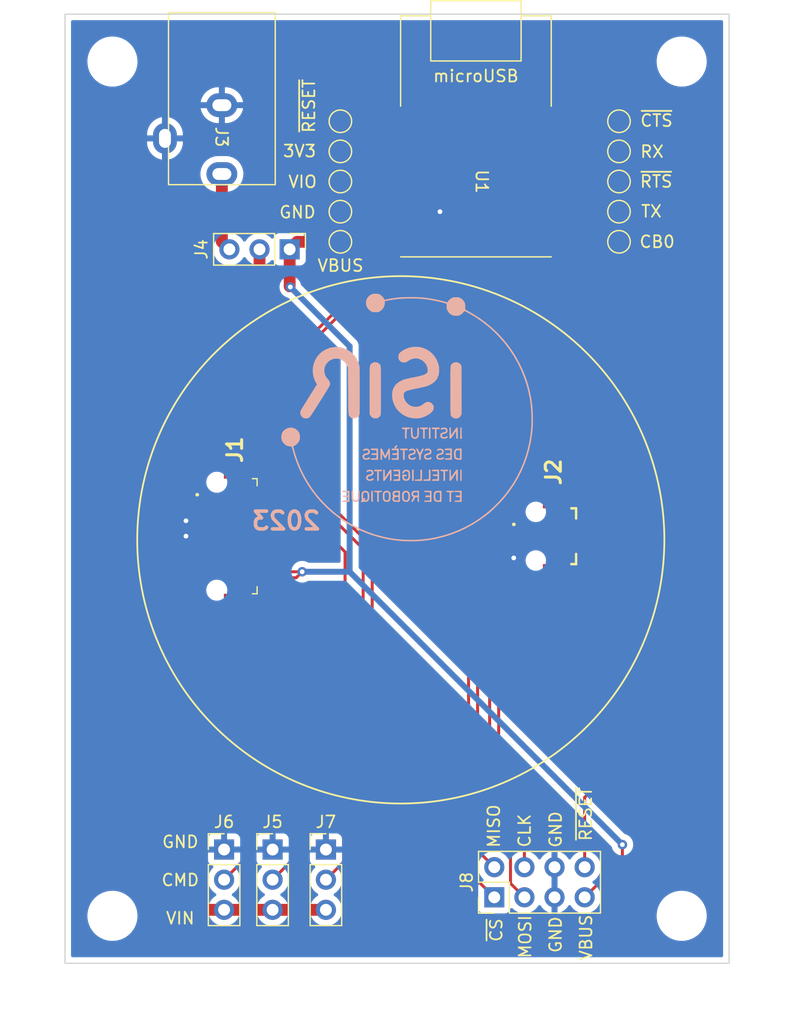
<source format=kicad_pcb>
(kicad_pcb (version 20211014) (generator pcbnew)
  (layers (0 "F.Cu" signal) (31 "B.Cu" signal) (34 "B.Paste" user) (35 "F.Paste" user) (36 "B.SilkS" user "B.Silkscreen") (37 "F.SilkS" user "F.Silkscreen") (38 "B.Mask" user) (39 "F.Mask" user) (44 "Edge.Cuts" user))
  (net 0 "")
  (net 1 "Vdrive")
  (net 2 "GND")
  (net 3 "RGB_LED_OUT")
  (net 4 "GPIO8")
  (net 5 "CDONE")
  (net 6 "LED_CHARGE")
  (net 7 "iCE_RX")
  (net 8 "iCE_TX")
  (net 13 "+5V")
  (net 16 "IMU_INT")
  (net 18 "RGB_LED_IN")
  (net 19 "GPIO7")
  (net 20 "GPIO6")
  (net 21 "GPIO5")
  (net 22 "GPIO4")
  (net 23 "GPIO3")
  (net 24 "GPIO2")
  (net 25 "GPIO1")
  (net 26 "GPIO0")
  (net 29 "~{FLASH_CS}")
  (net 30 "SPI_MISO")
  (net 31 "SPI_MOSI")
  (net 32 "SPI_CLK")
  (net 33 "~{RESET}")
  (net 34 "/CH4")
  (net 35 "/CH5")
  (net 36 "/CH6")
  (net 37 "/CH7")
  (net 40 "Net-(J3-Pad1)")
  (net 41 "Net-(TP6-Pad1)")
  (net 42 "Net-(3V3-Pad1)")
  (net 43 "Net-(CB0-Pad1)")
  (net 44 "Net-(~{RESET}1-Pad1)")
  (net 45 "Net-(~{RTS}1-Pad1)")
  (net 46 "Net-(~{CTS}1-Pad1)")
  (footprint "TestPoint:TestPoint_Pad_D1.5mm" (layer "F.Cu") (at 125.715 39.6494)
    (fp_text reference "TX" (at 2.7328 -0.0254) (layer "F.SilkS"))
    (fp_text value "TestPoint")
    (pad "1" smd circle (at 0 0) (size 1.5 1.5) (layers "F.Cu" "F.Mask") (net 7 "iCE_RX"))
  )
  (footprint "MountingHole:MountingHole_3.2mm_M3" (layer "F.Cu") (at 83 99)
    (fp_text reference "REF**" hide)
    (fp_text value "MountingHole_3.2mm_M3")
    (pad "" np_thru_hole circle (at 0 0) (size 3.2 3.2) (drill 3.2) (layers F&B.Cu *.Mask))
  )
  (footprint "TestPoint:TestPoint_Pad_D1.5mm" (layer "F.Cu") (at 125.715 32.0294)
    (fp_text reference "~{CTS}" (at 3.1646 -0.0508) (layer "F.SilkS"))
    (fp_text value "TestPoint")
    (pad "1" smd circle (at 0 0) (size 1.5 1.5) (layers "F.Cu" "F.Mask") (net 46 "Net-(~{CTS}1-Pad1)"))
  )
  (footprint "MountingHole:MountingHole_3.2mm_M3" (layer "F.Cu") (at 131 99)
    (fp_text reference "REF**" hide)
    (fp_text value "MountingHole_3.2mm_M3")
    (pad "" np_thru_hole circle (at 0 0) (size 3.2 3.2) (drill 3.2) (layers *.Cu *.Mask))
  )
  (footprint "Connector_PinHeader_2.54mm:PinHeader_2x04_P2.54mm_Vertical" (layer "F.Cu") (at 115.2 97.4394 90)
    (fp_text reference "J8" (at 1.27 -2.33 90) (layer "F.SilkS"))
    (fp_text value "Conn_02x04_Counter_Clockwise")
    (pad "1" thru_hole rect (at 0 0 90) (size 1.7 1.7) (drill 1) (layers *.Cu *.Mask) (net 29 "~{FLASH_CS}"))
    (pad "2" thru_hole oval (at 2.54 0 90) (size 1.7 1.7) (drill 1) (layers *.Cu *.Mask) (net 30 "SPI_MISO"))
    (pad "3" thru_hole oval (at 0 2.54 90) (size 1.7 1.7) (drill 1) (layers *.Cu *.Mask) (net 31 "SPI_MOSI"))
    (pad "4" thru_hole oval (at 2.54 2.54 90) (size 1.7 1.7) (drill 1) (layers *.Cu *.Mask) (net 32 "SPI_CLK"))
    (pad "5" thru_hole oval (at 0 5.08 90) (size 1.7 1.7) (drill 1) (layers *.Cu *.Mask) (net 2 "GND"))
    (pad "6" thru_hole oval (at 2.54 5.08 90) (size 1.7 1.7) (drill 1) (layers *.Cu *.Mask) (net 2 "GND"))
    (pad "7" thru_hole oval (at 0 7.62 90) (size 1.7 1.7) (drill 1) (layers *.Cu *.Mask) (net 13 "+5V"))
    (pad "8" thru_hole oval (at 2.54 7.62 90) (size 1.7 1.7) (drill 1) (layers *.Cu *.Mask) (net 33 "~{RESET}"))
  )
  (footprint "Footprints:10132797035100LF" (layer "F.Cu") (at 93.2984 67.0044 -90)
    (fp_text reference "J1" (at -7.289 -0.0212 90) (layer "F.SilkS") (effects (font (size 1.27 1.27) (thickness 0.254))))
    (fp_text value "10132797-035100LF" hide)
    (pad "" np_thru_hole circle locked (at -4.55 1.5 270) (size 0.75 0.75) (drill 0.75) (layers *.Cu *.Mask))
    (pad "" np_thru_hole circle locked (at 4.55 1.5 270) (size 0.75 0.75) (drill 0.75) (layers *.Cu *.Mask))
    (pad "1" smd rect locked (at -3.5 1.8 270) (size 0.3 1.6) (layers "F.Cu" "F.Paste" "F.Mask") (net 3 "RGB_LED_OUT"))
    (pad "2" smd rect locked (at -3 1.8 270) (size 0.3 1.6) (layers "F.Cu" "F.Paste" "F.Mask") (net 4 "GPIO8"))
    (pad "3" smd rect locked (at -2.5 1.8 270) (size 0.3 1.6) (layers "F.Cu" "F.Paste" "F.Mask") (net 2 "GND"))
    (pad "4" smd rect locked (at -2 1.8 270) (size 0.3 1.6) (layers "F.Cu" "F.Paste" "F.Mask") (net 5 "CDONE"))
    (pad "5" smd rect locked (at -1.5 1.8 270) (size 0.3 1.6) (layers "F.Cu" "F.Paste" "F.Mask") (net 2 "GND"))
    (pad "6" smd rect locked (at -1 1.8 270) (size 0.3 1.6) (layers "F.Cu" "F.Paste" "F.Mask") (net 2 "GND"))
    (pad "7" smd rect locked (at -0.5 1.8 270) (size 0.3 1.6) (layers "F.Cu" "F.Paste" "F.Mask") (net 2 "GND"))
    (pad "8" smd rect locked (at 0 1.8 270) (size 0.3 1.6) (layers "F.Cu" "F.Paste" "F.Mask") (net 6 "LED_CHARGE"))
    (pad "9" smd rect locked (at 0.5 1.8 270) (size 0.3 1.6) (layers "F.Cu" "F.Paste" "F.Mask") (net 2 "GND"))
    (pad "10" smd rect locked (at 1 1.8 270) (size 0.3 1.6) (layers "F.Cu" "F.Paste" "F.Mask") (net 7 "iCE_RX"))
    (pad "11" smd rect locked (at 1.5 1.8 270) (size 0.3 1.6) (layers "F.Cu" "F.Paste" "F.Mask") (net 8 "iCE_TX"))
    (pad "12" smd rect locked (at 2 1.8 270) (size 0.3 1.6) (layers "F.Cu" "F.Paste" "F.Mask"))
    (pad "13" smd rect locked (at 2.5 1.8 270) (size 0.3 1.6) (layers "F.Cu" "F.Paste" "F.Mask"))
    (pad "14" smd rect locked (at 3 1.8 270) (size 0.3 1.6) (layers "F.Cu" "F.Paste" "F.Mask"))
    (pad "15" smd rect locked (at 3.5 1.8 270) (size 0.3 1.6) (layers "F.Cu" "F.Paste" "F.Mask"))
    (pad "16" smd rect locked (at 3.5 -1.8 270) (size 0.3 1.6) (layers "F.Cu" "F.Paste" "F.Mask") (net 13 "+5V"))
    (pad "17" smd rect locked (at 3 -1.8 270) (size 0.3 1.6) (layers "F.Cu" "F.Paste" "F.Mask") (net 13 "+5V"))
    (pad "18" smd rect locked (at 2.5 -1.8 270) (size 0.3 1.6) (layers "F.Cu" "F.Paste" "F.Mask"))
    (pad "19" smd rect locked (at 2 -1.8 270) (size 0.3 1.6) (layers "F.Cu" "F.Paste" "F.Mask"))
    (pad "20" smd rect locked (at 1.5 -1.8 270) (size 0.3 1.6) (layers "F.Cu" "F.Paste" "F.Mask") (net 16 "IMU_INT"))
    (pad "21" smd rect locked (at 1 -1.8 270) (size 0.3 1.6) (layers "F.Cu" "F.Paste" "F.Mask"))
    (pad "22" smd rect locked (at 0.5 -1.8 270) (size 0.3 1.6) (layers "F.Cu" "F.Paste" "F.Mask") (net 18 "RGB_LED_IN"))
    (pad "23" smd rect locked (at 0 -1.8 270) (size 0.3 1.6) (layers "F.Cu" "F.Paste" "F.Mask") (net 19 "GPIO7"))
    (pad "24" smd rect locked (at -0.5 -1.8 270) (size 0.3 1.6) (layers "F.Cu" "F.Paste" "F.Mask") (net 20 "GPIO6"))
    (pad "25" smd rect locked (at -1 -1.8 270) (size 0.3 1.6) (layers "F.Cu" "F.Paste" "F.Mask") (net 21 "GPIO5"))
    (pad "26" smd rect locked (at -1.5 -1.8 270) (size 0.3 1.6) (layers "F.Cu" "F.Paste" "F.Mask") (net 22 "GPIO4"))
    (pad "27" smd rect locked (at -2 -1.8 270) (size 0.3 1.6) (layers "F.Cu" "F.Paste" "F.Mask") (net 23 "GPIO3"))
    (pad "28" smd rect locked (at -2.5 -1.8 270) (size 0.3 1.6) (layers "F.Cu" "F.Paste" "F.Mask") (net 24 "GPIO2"))
    (pad "29" smd rect locked (at -3 -1.8 270) (size 0.3 1.6) (layers "F.Cu" "F.Paste" "F.Mask") (net 25 "GPIO1"))
    (pad "30" smd rect locked (at -3.5 -1.8 270) (size 0.3 1.6) (layers "F.Cu" "F.Paste" "F.Mask") (net 26 "GPIO0"))
    (pad "MP1" smd rect locked (at -5.25 0 270) (size 0.8 1.8) (layers "F.Cu" "F.Paste" "F.Mask"))
    (pad "MP2" smd rect locked (at 5.25 0 270) (size 0.8 1.8) (layers "F.Cu" "F.Paste" "F.Mask"))
  )
  (footprint "Connector_PinHeader_2.54mm:PinHeader_1x03_P2.54mm_Vertical" (layer "F.Cu") (at 92.4148 93.4138)
    (fp_text reference "J6" (at 0 -2.33) (layer "F.SilkS"))
    (fp_text value "Conn_01x03_Male")
    (pad "1" thru_hole rect (at 0 0) (size 1.7 1.7) (drill 1) (layers *.Cu *.Mask) (net 2 "GND"))
    (pad "2" thru_hole oval (at 0 2.54) (size 1.7 1.7) (drill 1) (layers *.Cu *.Mask) (net 20 "GPIO6"))
    (pad "3" thru_hole oval (at 0 5.08) (size 1.7 1.7) (drill 1) (layers *.Cu *.Mask) (net 1 "Vdrive"))
  )
  (footprint "Footprints:umft234xf" (layer "F.Cu") (at 113.65 37.1094 -90)
    (fp_text reference "U1" (at 0 -0.5 -90 unlocked) (layer "F.SilkS"))
    (fp_text value "umft234xf_module")
    (fp_text user "microUSB" (at -8.89 0 unlocked) (layer "F.SilkS"))
    (pad "1" smd circle (at -5.08 6.35 270) (size 2 2) (layers "F.Cu" "F.Mask") (net 44 "Net-(~{RESET}1-Pad1)"))
    (pad "2" smd circle (at -2.54 6.35 270) (size 2 2) (layers "F.Cu" "F.Mask") (net 42 "Net-(3V3-Pad1)"))
    (pad "3" smd circle (at 0 6.35 270) (size 2 2) (layers "F.Cu" "F.Mask") (net 41 "Net-(TP6-Pad1)"))
    (pad "4" smd circle (at 2.54 6.35 270) (size 2 2) (layers "F.Cu" "F.Mask") (net 2 "GND"))
    (pad "5" smd circle (at 5.08 6.35 270) (size 2 2) (layers "F.Cu" "F.Mask") (net 13 "+5V"))
    (pad "6" smd circle (at 5.08 -6.35 270) (size 2 2) (layers "F.Cu" "F.Mask") (net 43 "Net-(CB0-Pad1)"))
    (pad "7" smd circle (at 2.54 -6.35 270) (size 2 2) (layers "F.Cu" "F.Mask") (net 7 "iCE_RX"))
    (pad "8" smd circle (at 0 -6.35 270) (size 2 2) (layers "F.Cu" "F.Mask") (net 45 "Net-(~{RTS}1-Pad1)"))
    (pad "9" smd circle (at -2.54 -6.35 270) (size 2 2) (layers "F.Cu" "F.Mask") (net 8 "iCE_TX"))
    (pad "10" smd circle (at -5.08 -6.35 270) (size 2 2) (layers "F.Cu" "F.Mask") (net 46 "Net-(~{CTS}1-Pad1)"))
  )
  (footprint "TestPoint:TestPoint_Pad_D1.5mm" (layer "F.Cu") (at 102.22 32.0294)
    (fp_text reference "~{RESET}" (at -2.652 -1.2954 90) (layer "F.SilkS"))
    (fp_text value "TestPoint")
    (pad "1" smd circle (at 0 0) (size 1.5 1.5) (layers "F.Cu" "F.Mask") (net 44 "Net-(~{RESET}1-Pad1)"))
  )
  (footprint "TestPoint:TestPoint_Pad_D1.5mm" (layer "F.Cu") (at 102.22 39.6494)
    (fp_text reference "GND" (at -3.6172 0.0508) (layer "F.SilkS"))
    (fp_text value "TestPoint")
    (pad "1" smd circle (at 0 0) (size 1.5 1.5) (layers "F.Cu" "F.Mask") (net 2 "GND"))
  )
  (footprint "MountingHole:MountingHole_3.2mm_M3" (layer "F.Cu") (at 131 27)
    (fp_text reference "REF**" hide)
    (fp_text value "MountingHole_3.2mm_M3")
    (pad "" np_thru_hole circle (at 0 0) (size 3.2 3.2) (drill 3.2) (layers *.Cu *.Mask))
  )
  (footprint "TestPoint:TestPoint_Pad_D1.5mm" (layer "F.Cu") (at 125.715 42.1894)
    (fp_text reference "CB0" (at 3.2154 0) (layer "F.SilkS"))
    (fp_text value "TestPoint")
    (pad "1" smd circle (at 0 0) (size 1.5 1.5) (layers "F.Cu" "F.Mask") (net 43 "Net-(CB0-Pad1)"))
  )
  (footprint "TestPoint:TestPoint_Pad_D1.5mm" (layer "F.Cu") (at 102.22 42.1894)
    (fp_text reference "VBUS" (at 0.015 2.0066) (layer "F.SilkS"))
    (fp_text value "TestPoint")
    (pad "1" smd circle (at 0 0) (size 1.5 1.5) (layers "F.Cu" "F.Mask") (net 13 "+5V"))
  )
  (footprint "TestPoint:TestPoint_Pad_D1.5mm" (layer "F.Cu") (at 102.22 37.1094)
    (fp_text reference "VIO" (at -3.1854 0.0254) (layer "F.SilkS"))
    (fp_text value "TestPoint")
    (pad "1" smd circle (at 0 0) (size 1.5 1.5) (layers "F.Cu" "F.Mask") (net 41 "Net-(TP6-Pad1)"))
  )
  (footprint "Footprints:10132797015100LF" (layer "F.Cu") (at 120.1984 67.0044 90)
    (fp_text reference "J2" (at 5.4094 -0.0056 90) (layer "F.SilkS") (effects (font (size 1.27 1.27) (thickness 0.254))))
    (fp_text value "10132797-015100LF" hide)
    (pad "" np_thru_hole circle locked (at -2.05 -1.5 90) (size 0.001 0.001) (drill 0.7) (layers *.Cu *.Mask))
    (pad "" np_thru_hole circle locked (at 2.05 -1.5 90) (size 0.001 0.001) (drill 0.7) (layers *.Cu *.Mask))
    (pad "1" smd rect locked (at 1 -1.8 90) (size 0.3 1.6) (layers "F.Cu" "F.Paste" "F.Mask") (net 29 "~{FLASH_CS}"))
    (pad "2" smd rect locked (at 0.5 -1.8 90) (size 0.3 1.6) (layers "F.Cu" "F.Paste" "F.Mask") (net 30 "SPI_MISO"))
    (pad "3" smd rect locked (at 0 -1.8 90) (size 0.3 1.6) (layers "F.Cu" "F.Paste" "F.Mask") (net 31 "SPI_MOSI"))
    (pad "4" smd rect locked (at -0.5 -1.8 90) (size 0.3 1.6) (layers "F.Cu" "F.Paste" "F.Mask") (net 32 "SPI_CLK"))
    (pad "5" smd rect locked (at -1 -1.8 90) (size 0.3 1.6) (layers "F.Cu" "F.Paste" "F.Mask") (net 2 "GND"))
    (pad "6" smd rect locked (at -1 1.8 90) (size 0.3 1.6) (layers "F.Cu" "F.Paste" "F.Mask") (net 33 "~{RESET}"))
    (pad "7" smd rect locked (at -0.5 1.8 90) (size 0.3 1.6) (layers "F.Cu" "F.Paste" "F.Mask") (net 34 "/CH4"))
    (pad "8" smd rect locked (at 0 1.8 90) (size 0.3 1.6) (layers "F.Cu" "F.Paste" "F.Mask") (net 35 "/CH5"))
    (pad "9" smd rect locked (at 0.5 1.8 90) (size 0.3 1.6) (layers "F.Cu" "F.Paste" "F.Mask") (net 36 "/CH6"))
    (pad "10" smd rect locked (at 1 1.8 90) (size 0.3 1.6) (layers "F.Cu" "F.Paste" "F.Mask") (net 37 "/CH7"))
    (pad "MP1" smd rect locked (at 2.75 0 90) (size 0.8 1.8) (layers "F.Cu" "F.Paste" "F.Mask"))
    (pad "MP2" smd rect locked (at -2.75 0 90) (size 0.8 1.8) (layers "F.Cu" "F.Paste" "F.Mask"))
  )
  (footprint "TestPoint:TestPoint_Pad_D1.5mm" (layer "F.Cu") (at 125.715 37.1094)
    (fp_text reference "~{RTS}" (at 3.1392 0) (layer "F.SilkS"))
    (fp_text value "TestPoint")
    (pad "1" smd circle (at 0 0) (size 1.5 1.5) (layers "F.Cu" "F.Mask") (net 45 "Net-(~{RTS}1-Pad1)"))
  )
  (footprint "TestPoint:TestPoint_Pad_D1.5mm" (layer "F.Cu") (at 102.22 34.5694)
    (fp_text reference "3V3" (at -3.4394 -0.0254) (layer "F.SilkS"))
    (fp_text value "TestPoint")
    (pad "1" smd circle (at 0 0) (size 1.5 1.5) (layers "F.Cu" "F.Mask") (net 42 "Net-(3V3-Pad1)"))
  )
  (footprint "MountingHole:MountingHole_3.2mm_M3" (layer "F.Cu") (at 83 27)
    (fp_text reference "REF**" hide)
    (fp_text value "MountingHole_3.2mm_M3")
    (pad "" np_thru_hole circle (at 0 0) (size 3.2 3.2) (drill 3.2) (layers *.Cu *.Mask))
  )
  (footprint "Footprints:Barrel Jack_SparkFun_PRT-10811" (layer "F.Cu") (at 92.2274 36.4744 -90)
    (fp_text reference "J3" (at -3.1242 0.0254 -90 unlocked) (layer "F.SilkS"))
    (fp_text value "Barrel_Jack_Switch")
    (pad "1" thru_hole oval (at 0 0 270) (size 2 2.6) (drill oval 1 1.6) (layers *.Cu *.Mask) (net 40 "Net-(J3-Pad1)"))
    (pad "2" thru_hole oval (at -5.8 0 270) (size 2 2.6) (drill oval 1 1.6) (layers *.Cu *.Mask) (net 2 "GND"))
    (pad "3" thru_hole oval (at -3 4.8 270) (size 2.6 2) (drill oval 1.6 1) (layers *.Cu *.Mask) (net 2 "GND"))
  )
  (footprint "Connector_PinHeader_2.54mm:PinHeader_1x03_P2.54mm_Vertical" (layer "F.Cu") (at 101 93.4138)
    (fp_text reference "J7" (at 0 -2.33) (layer "F.SilkS"))
    (fp_text value "Conn_01x03_Male")
    (pad "1" thru_hole rect (at 0 0) (size 1.7 1.7) (drill 1) (layers *.Cu *.Mask) (net 2 "GND"))
    (pad "2" thru_hole oval (at 0 2.54) (size 1.7 1.7) (drill 1) (layers *.Cu *.Mask) (net 25 "GPIO1"))
    (pad "3" thru_hole oval (at 0 5.08) (size 1.7 1.7) (drill 1) (layers *.Cu *.Mask) (net 1 "Vdrive"))
  )
  (footprint "Connector_PinHeader_2.54mm:PinHeader_1x03_P2.54mm_Vertical" (layer "F.Cu") (at 97.9424 42.8244 -90)
    (fp_text reference "J4" (at 0 7.4422 90) (layer "F.SilkS"))
    (fp_text value "Conn_01x03_Male")
    (pad "1" thru_hole rect (at 0 0 270) (size 1.7 1.7) (drill 1) (layers *.Cu *.Mask) (net 13 "+5V"))
    (pad "2" thru_hole oval (at 0 2.54 270) (size 1.7 1.7) (drill 1) (layers *.Cu *.Mask) (net 1 "Vdrive"))
    (pad "3" thru_hole oval (at 0 5.08 270) (size 1.7 1.7) (drill 1) (layers *.Cu *.Mask) (net 40 "Net-(J3-Pad1)"))
  )
  (footprint "TestPoint:TestPoint_Pad_D1.5mm" (layer "F.Cu") (at 125.715 34.5694)
    (fp_text reference "RX" (at 2.7836 0.0254) (layer "F.SilkS"))
    (fp_text value "TestPoint")
    (pad "1" smd circle (at 0 0) (size 1.5 1.5) (layers "F.Cu" "F.Mask") (net 8 "iCE_TX"))
  )
  (footprint "Connector_PinHeader_2.54mm:PinHeader_1x03_P2.54mm_Vertical" (layer "F.Cu") (at 96.5042 93.4138)
    (fp_text reference "J5" (at 0 -2.33) (layer "F.SilkS"))
    (fp_text value "Conn_01x03_Male")
    (pad "1" thru_hole rect (at 0 0) (size 1.7 1.7) (drill 1) (layers *.Cu *.Mask) (net 2 "GND"))
    (pad "2" thru_hole oval (at 0 2.54) (size 1.7 1.7) (drill 1) (layers *.Cu *.Mask) (net 24 "GPIO2"))
    (pad "3" thru_hole oval (at 0 5.08) (size 1.7 1.7) (drill 1) (layers *.Cu *.Mask) (net 1 "Vdrive"))
  )
  (footprint "Footprints:logo_isir" (layer "B.Cu") (at 107.8484 56.9976 180)
    (fp_text reference "G***" hide)
    (fp_text value "LOGO" hide)
  )
  (gr_circle (center 107.315 67.31) (end 107.315 45.085) (layer "F.SilkS") (width 0.15) (fill none))
  (gr_line (start 79 103) (end 79 23) (layer "Edge.Cuts") (width 0.1))
  (gr_line (start 135 103) (end 79 103) (layer "Edge.Cuts") (width 0.1))
  (gr_line (start 135 23) (end 135 103) (layer "Edge.Cuts") (width 0.1))
  (gr_line (start 79 23) (end 135 23) (layer "Edge.Cuts") (width 0.1))
  (gr_text "2023" (at 97.6376 65.7098) (layer "B.SilkS") (effects (font (size 1.5 1.5) (thickness 0.3)) (justify mirror)))
  (gr_text "GND\n\nCMD\n\nVIN" (at 88.7222 95.9866) (layer "F.SilkS") (effects (font (size 1 1))))
  (gr_text "~{CS}" (at 115.3668 100.203 90) (layer "F.SilkS") (effects (font (size 1 1))))
  (gr_text "~{RESET}" (at 122.9106 90.424 90) (layer "F.SilkS") (effects (font (size 1 1))))
  (gr_text "MOSI" (at 117.8052 100.7618 90) (layer "F.SilkS") (effects (font (size 1 1))))
  (gr_text "GND" (at 120.3706 100.584 90) (layer "F.SilkS") (effects (font (size 1 1))))
  (gr_text "MISO" (at 115.1636 91.44 90) (layer "F.SilkS") (effects (font (size 1 1))))
  (gr_text "CLK" (at 117.7544 91.821 90) (layer "F.SilkS") (effects (font (size 1 1))))
  (gr_text "GND" (at 120.3706 91.7194 90) (layer "F.SilkS") (effects (font (size 1 1))))
  (gr_text "VBUS" (at 122.936 100.838 90) (layer "F.SilkS") (effects (font (size 1 1))))
  (segment (start 92.4148 98.4938) (end 96.5042 98.4938) (width 1) (layer "F.Cu") (net 1))
  (segment (start 95.4024 45.5676) (end 84.836 56.134) (width 1) (layer "F.Cu") (net 1))
  (segment (start 88.138 97.536) (end 89.0958 98.4938) (width 1) (layer "F.Cu") (net 1))
  (segment (start 95.4024 42.8244) (end 95.4024 45.5676) (width 1) (layer "F.Cu") (net 1))
  (segment (start 89.0958 98.4938) (end 92.4148 98.4938) (width 1) (layer "F.Cu") (net 1))
  (segment (start 84.836 56.134) (end 84.836 85.598) (width 1) (layer "F.Cu") (net 1))
  (segment (start 88.138 88.9) (end 88.138 97.536) (width 1) (layer "F.Cu") (net 1))
  (segment (start 96.5042 98.4938) (end 101 98.4938) (width 1) (layer "F.Cu") (net 1))
  (segment (start 84.836 85.598) (end 88.138 88.9) (width 1) (layer "F.Cu") (net 1))
  (segment (start 116.84 68.834) (end 116.84 68.1688) (width 0.25) (layer "F.Cu") (net 2))
  (segment (start 90.3734 64.5294) (end 91.4734 64.5294) (width 0.25) (layer "F.Cu") (net 2))
  (segment (start 91.4984 65.5044) (end 90.6956 65.5044) (width 0.25) (layer "F.Cu") (net 2))
  (segment (start 91.4734 64.5294) (end 91.4984 64.5044) (width 0.25) (layer "F.Cu") (net 2))
  (segment (start 107.3 39.6494) (end 110.617 39.6494) (width 1) (layer "F.Cu") (net 2))
  (segment (start 117.0044 68.0044) (end 118.3984 68.0044) (width 0.25) (layer "F.Cu") (net 2))
  (segment (start 107.3 39.6494) (end 102.22 39.6494) (width 1) (layer "F.Cu") (net 2))
  (segment (start 90.3044 66.5044) (end 91.4984 66.5044) (width 0.25) (layer "F.Cu") (net 2))
  (segment (start 90.2106 66.0044) (end 89.5016 66.0044) (width 0.25) (layer "F.Cu") (net 2))
  (segment (start 89.2 67) (end 89.2 65.7028) (width 0.25) (layer "F.Cu") (net 2))
  (segment (start 89.8088 67) (end 90.3044 66.5044) (width 0.25) (layer "F.Cu") (net 2))
  (segment (start 89.894 67) (end 90.3984 67.5044) (width 0.25) (layer "F.Cu") (net 2))
  (segment (start 90.3984 67.5044) (end 91.4984 67.5044) (width 0.25) (layer "F.Cu") (net 2))
  (segment (start 90.2106 66.0044) (end 90.2031 65.9969) (width 0.25) (layer "F.Cu") (net 2))
  (segment (start 89.2 67) (end 89.894 67) (width 0.25) (layer "F.Cu") (net 2))
  (segment (start 89.2 65.7028) (end 90.3734 64.5294) (width 0.25) (layer "F.Cu") (net 2))
  (segment (start 89.5016 66.0044) (end 89.2 65.7028) (width 0.25) (layer "F.Cu") (net 2))
  (segment (start 89.2 67) (end 89.8088 67) (width 0.25) (layer "F.Cu") (net 2))
  (segment (start 91.4984 66.0044) (end 90.2106 66.0044) (width 0.25) (layer "F.Cu") (net 2))
  (segment (start 116.84 68.1688) (end 117.0044 68.0044) (width 0.25) (layer "F.Cu") (net 2))
  (segment (start 90.6956 65.5044) (end 90.2031 65.9969) (width 0.25) (layer "F.Cu") (net 2))
  (via (at 89.2 67) (size 0.8) (drill 0.4) (layers "F.Cu" "B.Cu") (net 2))
  (via (at 110.617 39.6494) (size 0.8) (drill 0.4) (layers "F.Cu" "B.Cu") (net 2))
  (via (at 89.2 65.7028) (size 0.8) (drill 0.4) (layers "F.Cu" "B.Cu") (net 2))
  (via (at 116.84 68.834) (size 0.8) (drill 0.4) (layers "F.Cu" "B.Cu") (net 2))
  (segment (start 116.586 43.942) (end 116.586 43.0634) (width 0.25) (layer "F.Cu") (net 7))
  (segment (start 88.3244 68.0044) (end 87.63 67.31) (width 0.25) (layer "F.Cu") (net 7))
  (segment (start 87.63 62.865) (end 103.505 46.99) (width 0.25) (layer "F.Cu") (net 7))
  (segment (start 103.505 46.99) (end 113.538 46.99) (width 0.25) (layer "F.Cu") (net 7))
  (segment (start 116.586 43.0634) (end 120 39.6494) (width 0.25) (layer "F.Cu") (net 7))
  (segment (start 87.63 67.31) (end 87.63 62.865) (width 0.25) (layer "F.Cu") (net 7))
  (segment (start 120 39.6494) (end 125.715 39.6494) (width 1) (layer "F.Cu") (net 7))
  (segment (start 91.4984 68.0044) (end 88.3244 68.0044) (width 0.25) (layer "F.Cu") (net 7))
  (segment (start 113.538 46.99) (end 116.586 43.942) (width 0.25) (layer "F.Cu") (net 7))
  (segment (start 103.318604 46.54) (end 112.1918 46.54) (width 0.25) (layer "F.Cu") (net 8))
  (segment (start 91.4984 68.5044) (end 88.188004 68.5044) (width 0.25) (layer "F.Cu") (net 8))
  (segment (start 120 34.5694) (end 125.715 34.5694) (width 1) (layer "F.Cu") (net 8))
  (segment (start 87.18 67.496396) (end 87.18 62.678604) (width 0.25) (layer "F.Cu") (net 8))
  (segment (start 115.316 39.2534) (end 120 34.5694) (width 0.25) (layer "F.Cu") (net 8))
  (segment (start 115.316 43.4158) (end 115.316 39.2534) (width 0.25) (layer "F.Cu") (net 8))
  (segment (start 112.1918 46.54) (end 115.316 43.4158) (width 0.25) (layer "F.Cu") (net 8))
  (segment (start 88.188004 68.5044) (end 87.18 67.496396) (width 0.25) (layer "F.Cu") (net 8))
  (segment (start 87.18 62.678604) (end 103.318604 46.54) (width 0.25) (layer "F.Cu") (net 8))
  (segment (start 122.82 97.4394) (end 126 94.2594) (width 0.25) (layer "F.Cu") (net 13))
  (segment (start 107.3 42.1894) (end 102.22 42.1894) (width 1) (layer "F.Cu") (net 13))
  (segment (start 95.0984 70.0044) (end 98.9956 70.0044) (width 0.25) (layer "F.Cu") (net 13))
  (segment (start 98 46) (end 97.9424 45.9424) (width 0.25) (layer "F.Cu") (net 13))
  (segment (start 97.9424 45.9424) (end 97.9424 42.8244) (width 1) (layer "F.Cu") (net 13))
  (segment (start 98.4956 70.5044) (end 99 70) (width 0.25) (layer "F.Cu") (net 13))
  (segment (start 126 94.2594) (end 126 93) (width 0.25) (layer "F.Cu") (net 13))
  (segment (start 98.9956 70.0044) (end 99 70) (width 0.25) (layer "F.Cu") (net 13))
  (segment (start 95.0984 70.5044) (end 98.4956 70.5044) (width 0.25) (layer "F.Cu") (net 13))
  (segment (start 98.5774 42.1894) (end 97.9424 42.8244) (width 1) (layer "F.Cu") (net 13))
  (segment (start 102.22 42.1894) (end 98.5774 42.1894) (width 1) (layer "F.Cu") (net 13))
  (via (at 99 70) (size 0.8) (drill 0.4) (layers "F.Cu" "B.Cu") (net 13))
  (via (at 98 46) (size 0.8) (drill 0.4) (layers "F.Cu" "B.Cu") (net 13))
  (via (at 126 93) (size 0.8) (drill 0.4) (layers "F.Cu" "B.Cu") (net 13))
  (segment (start 103 70) (end 103 51) (width 0.5) (layer "B.Cu") (net 13))
  (segment (start 103 70) (end 99 70) (width 0.5) (layer "B.Cu") (net 13))
  (segment (start 126 93) (end 103 70) (width 0.5) (layer "B.Cu") (net 13))
  (segment (start 103 51) (end 98 46) (width 0.5) (layer "B.Cu") (net 13))
  (segment (start 94.234 91.186) (end 94.234 94.1346) (width 0.25) (layer "F.Cu") (net 20))
  (segment (start 100.7944 66.5044) (end 102.616 68.326) (width 0.25) (layer "F.Cu") (net 20))
  (segment (start 95.0984 66.5044) (end 100.7944 66.5044) (width 0.25) (layer "F.Cu") (net 20))
  (segment (start 94.234 94.1346) (end 92.4148 95.9538) (width 0.25) (layer "F.Cu") (net 20))
  (segment (start 102.616 82.804) (end 94.234 91.186) (width 0.25) (layer "F.Cu") (net 20))
  (segment (start 102.616 68.326) (end 102.616 82.804) (width 0.25) (layer "F.Cu") (net 20))
  (segment (start 104.14 85.852) (end 98.552 91.44) (width 0.25) (layer "F.Cu") (net 24))
  (segment (start 98.552 91.44) (end 98.552 93.906) (width 0.25) (layer "F.Cu") (net 24))
  (segment (start 98.552 93.906) (end 96.5042 95.9538) (width 0.25) (layer "F.Cu") (net 24))
  (segment (start 95 64.5294) (end 100.5974 64.5294) (width 0.25) (layer "F.Cu") (net 24))
  (segment (start 104.14 68.072) (end 104.14 85.852) (width 0.25) (layer "F.Cu") (net 24))
  (segment (start 100.5974 64.5294) (end 104.14 68.072) (width 0.25) (layer "F.Cu") (net 24))
  (segment (start 104.902 67.902) (end 104.902 92.0518) (width 0.25) (layer "F.Cu") (net 25))
  (segment (start 95.0984 64.0044) (end 100.9956 64.0044) (width 0.25) (layer "F.Cu") (net 25))
  (segment (start 100.9956 64.0044) (end 101 64) (width 0.25) (layer "F.Cu") (net 25))
  (segment (start 101 64) (end 104.902 67.902) (width 0.25) (layer "F.Cu") (net 25))
  (segment (start 104.902 92.0518) (end 101 95.9538) (width 0.25) (layer "F.Cu") (net 25))
  (segment (start 115.3516 66.0044) (end 113.03 68.326) (width 0.25) (layer "F.Cu") (net 29))
  (segment (start 113.03 68.326) (end 113.03 95.2694) (width 0.25) (layer "F.Cu") (net 29))
  (segment (start 118.3984 66.0044) (end 115.3516 66.0044) (width 0.25) (layer "F.Cu") (net 29))
  (segment (start 113.03 95.2694) (end 115.2 97.4394) (width 0.25) (layer "F.Cu") (net 29))
  (segment (start 118.3984 66.5044) (end 115.8676 66.5044) (width 0.25) (layer "F.Cu") (net 30))
  (segment (start 113.792 93.4914) (end 115.2 94.8994) (width 0.25) (layer "F.Cu") (net 30))
  (segment (start 113.792 68.58) (end 113.792 93.4914) (width 0.25) (layer "F.Cu") (net 30))
  (segment (start 115.8676 66.5044) (end 113.792 68.58) (width 0.25) (layer "F.Cu") (net 30))
  (segment (start 118.3984 67.0044) (end 116.1296 67.0044) (width 0.25) (layer "F.Cu") (net 31))
  (segment (start 114.808 92.202) (end 116.565 93.959) (width 0.25) (layer "F.Cu") (net 31))
  (segment (start 114.808 68.326) (end 114.808 92.202) (width 0.25) (layer "F.Cu") (net 31))
  (segment (start 116.565 93.959) (end 116.565 96.2644) (width 0.25) (layer "F.Cu") (net 31))
  (segment (start 116.1296 67.0044) (end 114.808 68.326) (width 0.25) (layer "F.Cu") (net 31))
  (segment (start 116.565 96.2644) (end 117.74 97.4394) (width 0.25) (layer "F.Cu") (net 31))
  (segment (start 118.3984 67.5044) (end 116.6456 67.5044) (width 0.25) (layer "F.Cu") (net 32))
  (segment (start 115.57 90.932) (end 117.74 93.102) (width 0.25) (layer "F.Cu") (net 32))
  (segment (start 116.6456 67.5044) (end 115.57 68.58) (width 0.25) (layer "F.Cu") (net 32))
  (segment (start 115.57 68.58) (end 115.57 90.932) (width 0.25) (layer "F.Cu") (net 32))
  (segment (start 117.74 93.102) (end 117.74 94.8994) (width 0.25) (layer "F.Cu") (net 32))
  (segment (start 122.82 94.8994) (end 122.82 89.016) (width 0.25) (layer "F.Cu") (net 33))
  (segment (start 124.206 87.63) (end 124.206 68.58) (width 0.25) (layer "F.Cu") (net 33))
  (segment (start 124.206 68.58) (end 123.6304 68.0044) (width 0.25) (layer "F.Cu") (net 33))
  (segment (start 122.82 89.016) (end 124.206 87.63) (width 0.25) (layer "F.Cu") (net 33))
  (segment (start 123.6304 68.0044) (end 121.9984 68.0044) (width 0.25) (layer "F.Cu") (net 33))
  (segment (start 92.2274 36.4744) (end 92.2274 42.1894) (width 1) (layer "F.Cu") (net 40))
  (segment (start 92.2274 42.1894) (end 92.8624 42.8244) (width 1) (layer "F.Cu") (net 40))
  (segment (start 107.3 37.1094) (end 102.22 37.1094) (width 1) (layer "F.Cu") (net 41))
  (segment (start 107.3 34.5694) (end 102.22 34.5694) (width 1) (layer "F.Cu") (net 42))
  (segment (start 120 42.1894) (end 125.715 42.1894) (width 1) (layer "F.Cu") (net 43))
  (segment (start 107.3 32.0294) (end 102.22 32.0294) (width 1) (layer "F.Cu") (net 44))
  (segment (start 120 37.1094) (end 125.715 37.1094) (width 1) (layer "F.Cu") (net 45))
  (segment (start 120 32.0294) (end 125.715 32.0294) (width 1) (layer "F.Cu") (net 46))
  (zone (net 2) (net_name "GND") (layer "B.Cu") (name "GND") (connect_pads (clearance 0.508)) (min_thickness 0.254) (fill yes (thermal_gap 0.508) (thermal_bridge_width 0.508))
    (polygon (pts (xy 135 103) (xy 79 103) (xy 79 23) (xy 135 23)))
  )
)
</source>
